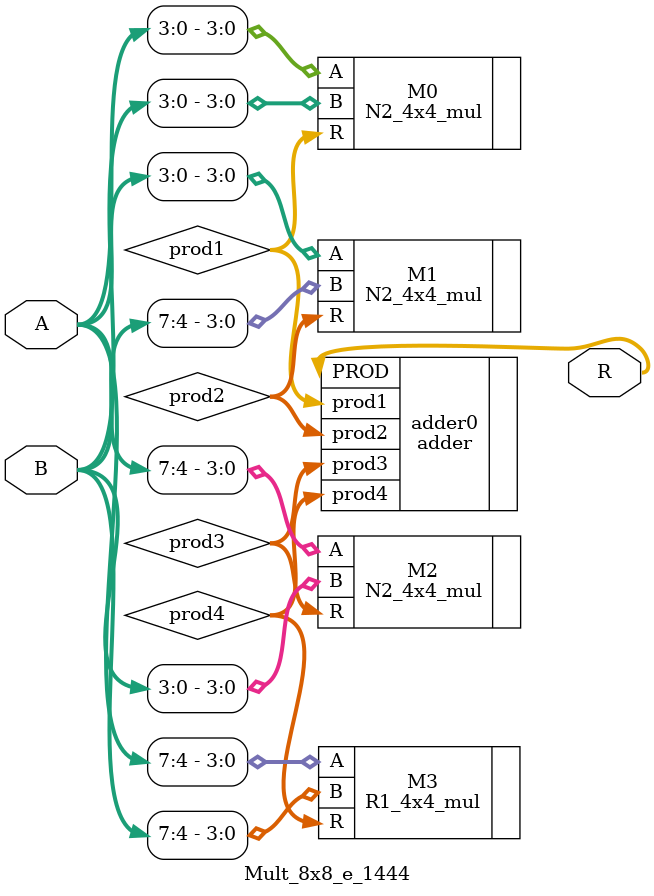
<source format=v>
module Mult_8x8_e_1444(
input [7:0] A,
input [7:0] B,
output [15:0]R
);
wire [7:0]prod1;
wire [7:0]prod2;
wire [7:0]prod3;
wire [7:0]prod4;

N2_4x4_mul M0(.A(A[3:0]),.B(B[3:0]),.R(prod1));
N2_4x4_mul M1(.A(A[3:0]),.B(B[7:4]),.R(prod2));
N2_4x4_mul M2(.A(A[7:4]),.B(B[3:0]),.R(prod3));
R1_4x4_mul M3(.A(A[7:4]),.B(B[7:4]),.R(prod4));
adder adder0(.prod1(prod1),.prod2(prod2),.prod3(prod3),.prod4(prod4),.PROD(R));
endmodule

</source>
